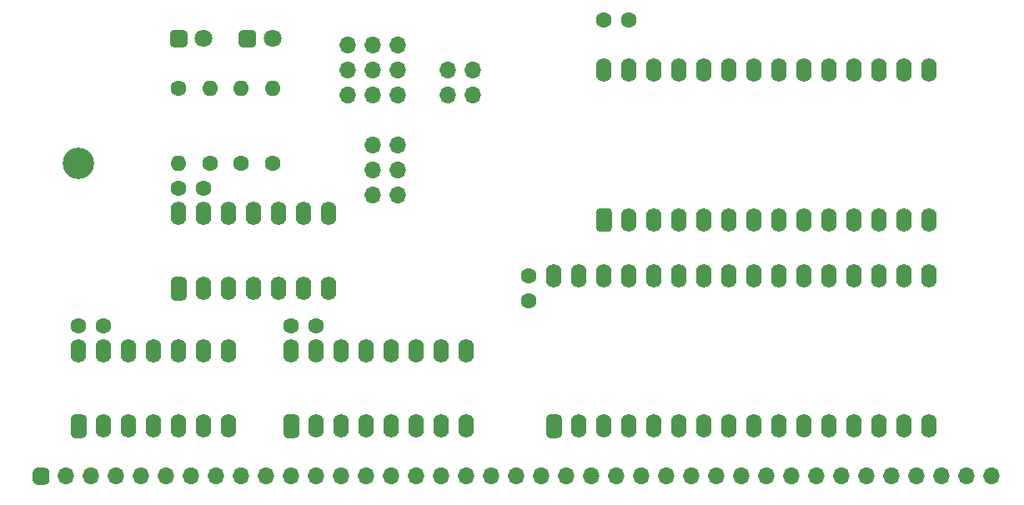
<source format=gbr>
%TF.GenerationSoftware,KiCad,Pcbnew,(5.1.9)-1*%
%TF.CreationDate,2021-01-24T02:40:07-08:00*%
%TF.ProjectId,rc-ramrom,72632d72-616d-4726-9f6d-2e6b69636164,rev?*%
%TF.SameCoordinates,PX9157080PY9071968*%
%TF.FileFunction,Soldermask,Bot*%
%TF.FilePolarity,Negative*%
%FSLAX46Y46*%
G04 Gerber Fmt 4.6, Leading zero omitted, Abs format (unit mm)*
G04 Created by KiCad (PCBNEW (5.1.9)-1) date 2021-01-24 02:40:07*
%MOMM*%
%LPD*%
G01*
G04 APERTURE LIST*
%ADD10O,1.600000X2.400000*%
%ADD11C,1.600000*%
%ADD12O,1.600000X1.600000*%
%ADD13C,1.800000*%
%ADD14O,1.700000X1.700000*%
%ADD15C,3.200000*%
G04 APERTURE END LIST*
D10*
%TO.C,U1*%
X58420000Y42875200D03*
X91440000Y27635200D03*
X60960000Y42875200D03*
X88900000Y27635200D03*
X63500000Y42875200D03*
X86360000Y27635200D03*
X66040000Y42875200D03*
X83820000Y27635200D03*
X68580000Y42875200D03*
X81280000Y27635200D03*
X71120000Y42875200D03*
X78740000Y27635200D03*
X73660000Y42875200D03*
X76200000Y27635200D03*
X76200000Y42875200D03*
X73660000Y27635200D03*
X78740000Y42875200D03*
X71120000Y27635200D03*
X81280000Y42875200D03*
X68580000Y27635200D03*
X83820000Y42875200D03*
X66040000Y27635200D03*
X86360000Y42875200D03*
X63500000Y27635200D03*
X88900000Y42875200D03*
X60960000Y27635200D03*
X91440000Y42875200D03*
G36*
G01*
X58820000Y26435200D02*
X58020000Y26435200D01*
G75*
G02*
X57620000Y26835200I0J400000D01*
G01*
X57620000Y28435200D01*
G75*
G02*
X58020000Y28835200I400000J0D01*
G01*
X58820000Y28835200D01*
G75*
G02*
X59220000Y28435200I0J-400000D01*
G01*
X59220000Y26835200D01*
G75*
G02*
X58820000Y26435200I-400000J0D01*
G01*
G37*
%TD*%
%TO.C,U2*%
X53340000Y21920200D03*
X91440000Y6680200D03*
X55880000Y21920200D03*
X88900000Y6680200D03*
X58420000Y21920200D03*
X86360000Y6680200D03*
X60960000Y21920200D03*
X83820000Y6680200D03*
X63500000Y21920200D03*
X81280000Y6680200D03*
X66040000Y21920200D03*
X78740000Y6680200D03*
X68580000Y21920200D03*
X76200000Y6680200D03*
X71120000Y21920200D03*
X73660000Y6680200D03*
X73660000Y21920200D03*
X71120000Y6680200D03*
X76200000Y21920200D03*
X68580000Y6680200D03*
X78740000Y21920200D03*
X66040000Y6680200D03*
X81280000Y21920200D03*
X63500000Y6680200D03*
X83820000Y21920200D03*
X60960000Y6680200D03*
X86360000Y21920200D03*
X58420000Y6680200D03*
X88900000Y21920200D03*
X55880000Y6680200D03*
X91440000Y21920200D03*
G36*
G01*
X53740000Y5480200D02*
X52940000Y5480200D01*
G75*
G02*
X52540000Y5880200I0J400000D01*
G01*
X52540000Y7480200D01*
G75*
G02*
X52940000Y7880200I400000J0D01*
G01*
X53740000Y7880200D01*
G75*
G02*
X54140000Y7480200I0J-400000D01*
G01*
X54140000Y5880200D01*
G75*
G02*
X53740000Y5480200I-400000J0D01*
G01*
G37*
%TD*%
D11*
%TO.C,C2*%
X50800000Y19420200D03*
X50800000Y21920200D03*
%TD*%
D12*
%TO.C,R2*%
X18415000Y40970200D03*
D11*
X18415000Y33350200D03*
%TD*%
D13*
%TO.C,D2*%
X24765000Y46050200D03*
G36*
G01*
X21325000Y45600200D02*
X21325000Y46500200D01*
G75*
G02*
X21775000Y46950200I450000J0D01*
G01*
X22675000Y46950200D01*
G75*
G02*
X23125000Y46500200I0J-450000D01*
G01*
X23125000Y45600200D01*
G75*
G02*
X22675000Y45150200I-450000J0D01*
G01*
X21775000Y45150200D01*
G75*
G02*
X21325000Y45600200I0J450000D01*
G01*
G37*
%TD*%
D10*
%TO.C,U4*%
X5080000Y14300200D03*
X20320000Y6680200D03*
X7620000Y14300200D03*
X17780000Y6680200D03*
X10160000Y14300200D03*
X15240000Y6680200D03*
X12700000Y14300200D03*
X12700000Y6680200D03*
X15240000Y14300200D03*
X10160000Y6680200D03*
X17780000Y14300200D03*
X7620000Y6680200D03*
X20320000Y14300200D03*
G36*
G01*
X5480000Y5480200D02*
X4680000Y5480200D01*
G75*
G02*
X4280000Y5880200I0J400000D01*
G01*
X4280000Y7480200D01*
G75*
G02*
X4680000Y7880200I400000J0D01*
G01*
X5480000Y7880200D01*
G75*
G02*
X5880000Y7480200I0J-400000D01*
G01*
X5880000Y5880200D01*
G75*
G02*
X5480000Y5480200I-400000J0D01*
G01*
G37*
%TD*%
%TO.C,U5*%
X26670000Y14300200D03*
X44450000Y6680200D03*
X29210000Y14300200D03*
X41910000Y6680200D03*
X31750000Y14300200D03*
X39370000Y6680200D03*
X34290000Y14300200D03*
X36830000Y6680200D03*
X36830000Y14300200D03*
X34290000Y6680200D03*
X39370000Y14300200D03*
X31750000Y6680200D03*
X41910000Y14300200D03*
X29210000Y6680200D03*
X44450000Y14300200D03*
G36*
G01*
X27070000Y5480200D02*
X26270000Y5480200D01*
G75*
G02*
X25870000Y5880200I0J400000D01*
G01*
X25870000Y7480200D01*
G75*
G02*
X26270000Y7880200I400000J0D01*
G01*
X27070000Y7880200D01*
G75*
G02*
X27470000Y7480200I0J-400000D01*
G01*
X27470000Y5880200D01*
G75*
G02*
X27070000Y5480200I-400000J0D01*
G01*
G37*
%TD*%
D14*
%TO.C,JP6*%
X45085000Y42875200D03*
X45085000Y40335200D03*
X42545000Y42875200D03*
X42545000Y40335200D03*
%TD*%
%TO.C,U3*%
G36*
G01*
X15640000Y19450200D02*
X14840000Y19450200D01*
G75*
G02*
X14440000Y19850200I0J400000D01*
G01*
X14440000Y21450200D01*
G75*
G02*
X14840000Y21850200I400000J0D01*
G01*
X15640000Y21850200D01*
G75*
G02*
X16040000Y21450200I0J-400000D01*
G01*
X16040000Y19850200D01*
G75*
G02*
X15640000Y19450200I-400000J0D01*
G01*
G37*
D10*
X30480000Y28270200D03*
X17780000Y20650200D03*
X27940000Y28270200D03*
X20320000Y20650200D03*
X25400000Y28270200D03*
X22860000Y20650200D03*
X22860000Y28270200D03*
X25400000Y20650200D03*
X20320000Y28270200D03*
X27940000Y20650200D03*
X17780000Y28270200D03*
X30480000Y20650200D03*
X15240000Y28270200D03*
%TD*%
D12*
%TO.C,R1*%
X15240000Y33350200D03*
D11*
X15240000Y40970200D03*
%TD*%
D12*
%TO.C,R4*%
X24765000Y40970200D03*
D11*
X24765000Y33350200D03*
%TD*%
D12*
%TO.C,R3*%
X21590000Y40970200D03*
D11*
X21590000Y33350200D03*
%TD*%
D14*
%TO.C,JP5*%
X37465000Y40335200D03*
X37465000Y42875200D03*
X37465000Y45415200D03*
%TD*%
%TO.C,JP4*%
X34925000Y40335200D03*
X34925000Y42875200D03*
X34925000Y45415200D03*
%TD*%
%TO.C,JP3*%
X32385000Y40335200D03*
X32385000Y42875200D03*
X32385000Y45415200D03*
%TD*%
%TO.C,JP2*%
X37465000Y30175200D03*
X37465000Y32715200D03*
X37465000Y35255200D03*
%TD*%
%TO.C,JP1*%
X34925000Y30175200D03*
X34925000Y32715200D03*
X34925000Y35255200D03*
%TD*%
D13*
%TO.C,D1*%
X17780000Y46050200D03*
G36*
G01*
X14340000Y45600200D02*
X14340000Y46500200D01*
G75*
G02*
X14790000Y46950200I450000J0D01*
G01*
X15690000Y46950200D01*
G75*
G02*
X16140000Y46500200I0J-450000D01*
G01*
X16140000Y45600200D01*
G75*
G02*
X15690000Y45150200I-450000J0D01*
G01*
X14790000Y45150200D01*
G75*
G02*
X14340000Y45600200I0J450000D01*
G01*
G37*
%TD*%
D11*
%TO.C,C3*%
X17740000Y30810200D03*
X15240000Y30810200D03*
%TD*%
%TO.C,C4*%
X7580000Y16840200D03*
X5080000Y16840200D03*
%TD*%
%TO.C,C5*%
X29170000Y16840200D03*
X26670000Y16840200D03*
%TD*%
%TO.C,C1*%
X60920000Y47955200D03*
X58420000Y47955200D03*
%TD*%
D14*
%TO.C,J1*%
X97790000Y1600200D03*
X95250000Y1600200D03*
X92710000Y1600200D03*
X90170000Y1600200D03*
X87630000Y1600200D03*
X85090000Y1600200D03*
X82550000Y1600200D03*
X80010000Y1600200D03*
X77470000Y1600200D03*
X74930000Y1600200D03*
X72390000Y1600200D03*
X69850000Y1600200D03*
X67310000Y1600200D03*
X64770000Y1600200D03*
X62230000Y1600200D03*
X59690000Y1600200D03*
X57150000Y1600200D03*
X54610000Y1600200D03*
X52070000Y1600200D03*
X49530000Y1600200D03*
X46990000Y1600200D03*
X44450000Y1600200D03*
X41910000Y1600200D03*
X39370000Y1600200D03*
X36830000Y1600200D03*
X34290000Y1600200D03*
X31750000Y1600200D03*
X29210000Y1600200D03*
X26670000Y1600200D03*
X24130000Y1600200D03*
X21590000Y1600200D03*
X19050000Y1600200D03*
X16510000Y1600200D03*
X13970000Y1600200D03*
X11430000Y1600200D03*
X8890000Y1600200D03*
X6350000Y1600200D03*
X3810000Y1600200D03*
G36*
G01*
X1695000Y750200D02*
X845000Y750200D01*
G75*
G02*
X420000Y1175200I0J425000D01*
G01*
X420000Y2025200D01*
G75*
G02*
X845000Y2450200I425000J0D01*
G01*
X1695000Y2450200D01*
G75*
G02*
X2120000Y2025200I0J-425000D01*
G01*
X2120000Y1175200D01*
G75*
G02*
X1695000Y750200I-425000J0D01*
G01*
G37*
%TD*%
D15*
%TO.C,*%
X5080000Y33350200D03*
%TD*%
M02*

</source>
